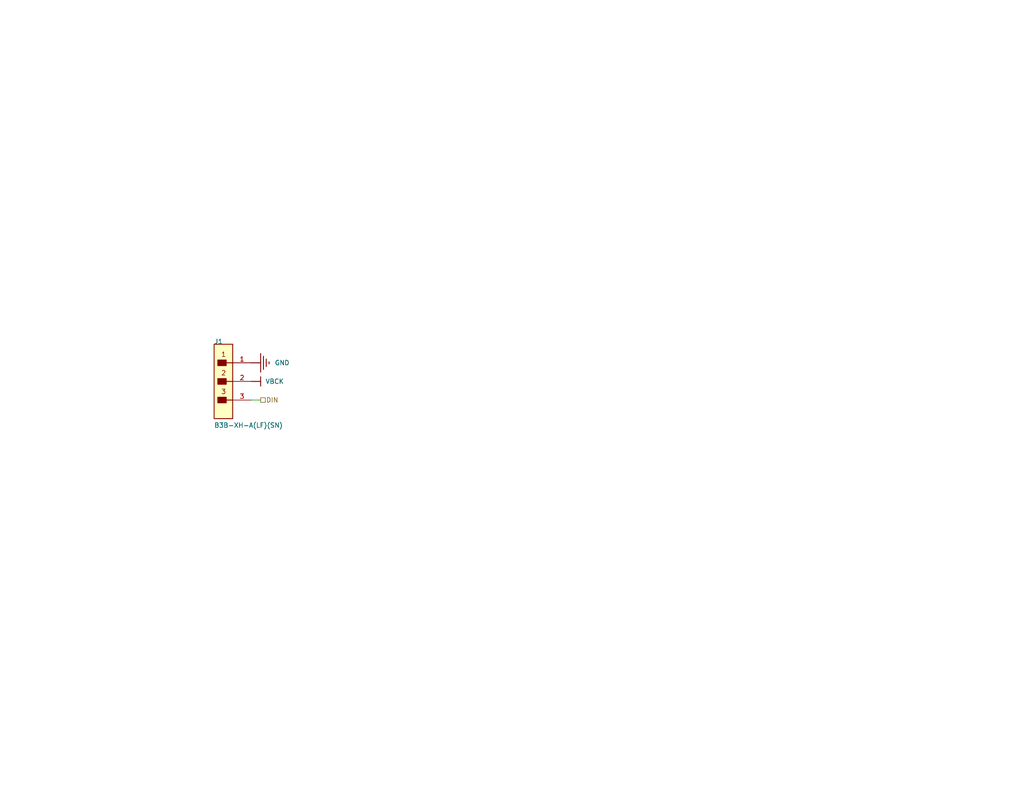
<source format=kicad_sch>
(kicad_sch (version 20231120) (generator "eeschema") (generator_version "8.0")
  (paper "A")
  (lib_symbols
    (symbol "ProtogenControllerV1-altium-import:GND_POWER_GROUND" (power)
      (property "Reference" "#PWR" (at 0 0 0))
      (property "Value" "GND" (at 0 6.35 0))
      (symbol "GND_POWER_GROUND_0_0"
        (polyline (pts (xy -2.54 -2.54) (xy 2.54 -2.54)) (stroke (width 0.254)))
        (polyline (pts (xy -1.778 -3.302) (xy 1.778 -3.302)) (stroke (width 0.254)))
        (polyline (pts (xy -1.016 -4.064) (xy 1.016 -4.064)) (stroke (width 0.254)))
        (polyline (pts (xy -0.254 -4.826) (xy 0.254 -4.826)) (stroke (width 0.254)))
        (polyline (pts (xy 0 0) (xy 0 -2.54)) (stroke (width 0.254)))
        (pin power_in line (at 0 0 0) (length 0) hide (name "GND") (number ""))
      )
    )
    (symbol "ProtogenControllerV1-altium-import:Repeat(JSTBreakout,1,8)_0_0d3f023dd272f625e17a2be33dea85f"
      (symbol "Repeat(JSTBreakout,1,8)_0_0d3f023dd272f625e17a2be33dea85f_1_0"
        (rectangle (start -6.858 -9.398) (end -9.144 -10.922) (stroke (width 0.254)) (fill (type outline)))
        (rectangle (start -6.858 -4.318) (end -9.144 -5.842) (stroke (width 0.254)) (fill (type outline)))
        (rectangle (start -6.858 0.762) (end -9.144 -0.762) (stroke (width 0.254)) (fill (type outline)))
        (rectangle (start -5.08 5.08) (end -10.16 -15.24) (stroke (width 0.254) (color 128 0 0 1)) (fill (type background)))
        (polyline (pts (xy -6.858 -10.16) (xy -5.08 -10.16)) (stroke (width 0.254)))
        (polyline (pts (xy -6.858 -5.08) (xy -5.08 -5.08)) (stroke (width 0.254)))
        (polyline (pts (xy -6.858 0) (xy -5.08 0)) (stroke (width 0.254)))
        (text "1" (at -6.858 3.048 0) (effects (font (size 1.27 1.27)) (justify right top)))
        (text "2" (at -6.858 -2.032 0) (effects (font (size 1.27 1.27)) (justify right top)))
        (text "3" (at -6.858 -7.112 0) (effects (font (size 1.27 1.27)) (justify right top)))
        (pin passive line (at 0 0 180) (length 5.08) (name "1") (number "1"))
        (pin passive line (at 0 -5.08 180) (length 5.08) (name "2") (number "2"))
        (pin passive line (at 0 -10.16 180) (length 5.08) (name "3") (number "3"))
      )
    )
    (symbol "ProtogenControllerV1-altium-import:VBCK_BAR" (power)
      (property "Reference" "#PWR" (at 0 0 0))
      (property "Value" "VBCK" (at 0 3.81 0))
      (symbol "VBCK_BAR_0_0"
        (polyline (pts (xy -1.27 -2.54) (xy 1.27 -2.54)) (stroke (width 0.254)))
        (polyline (pts (xy 0 0) (xy 0 -2.54)) (stroke (width 0.254)))
        (pin power_in line (at 0 0 0) (length 0) hide (name "VBCK") (number ""))
      )
    )
  )
  (wire (pts (xy 71.12 109.22) (xy 68.58 109.22)))
  (hierarchical_label "DIN" (shape passive) (at 71.12 109.22 0))
  (symbol (lib_id "ProtogenControllerV1-altium-import:GND_POWER_GROUND") (at 68.58 99.06 90) (unit 1)
    (property "Reference" "#PWR?" (effects (hide yes)))
    (property "Value" "GND" (at 74.93 99.06 90) (effects (justify right)))
  )
  (symbol (lib_id "ProtogenControllerV1-altium-import:Repeat(JSTBreakout,1,8)_0_0d3f023dd272f625e17a2be33dea85f") (at 68.58 99.06 0) (unit 1)
    (property "Reference" "J1" (at 58.42 93.98 0) (effects (justify left bottom)))
    (property "Value" "B3B-XH-A(LF)(SN)" (at 58.42 116.84 0) (effects (justify left bottom)))
    (property "Footprint" "FP-B3B-XH-A_LF_SN-MFG" (effects (hide yes)))
    (property "Description" "CONN HEADER VERT 3POS 2.5MM" (effects (hide yes)))
    (property "NUMBER OF POSITIONS" "3" (effects (hide yes)))
    (property "REACH SVHC" "No SVHC" (effects (hide yes)))
    (property "CONTACT RESISTANCE" "20mR" (effects (hide yes)))
    (property "LEAD FREE" "Lead Free" (effects (hide yes)))
    (property "PACKAGING" "Bulk" (effects (hide yes)))
    (property "PITCH" "2.5mm" (effects (hide yes)))
    (property "HOUSING COLOR" "White" (effects (hide yes)))
    (property "NUMBER OF ROWS" "1" (effects (hide yes)))
    (property "HOUSING MATERIAL" "Polyamide" (effects (hide yes)))
    (property "MAX CURRENT RATING" "3A" (effects (hide yes)))
    (property "TERMINATION" "Solder" (effects (hide yes)))
    (property "SERIES" "XH" (effects (hide yes)))
    (property "FASTENING TYPE" "Detent" (effects (hide yes)))
    (property "CONTACT PLATING" "Tin" (effects (hide yes)))
    (property "CONTACT FINISH - MATING" "TIN" (effects (hide yes)))
    (property "INSULATION MATERIAL" "Nylon" (effects (hide yes)))
    (property "NUMBER OF CONTACTS" "3" (effects (hide yes)))
    (property "GENDER" "Male" (effects (hide yes)))
    (property "MAX OPERATING TEMPERATURE" "85°C" (effects (hide yes)))
    (property "COLOR" "Natural" (effects (hide yes)))
    (property "CONTACT TYPE" "Male Pin" (effects (hide yes)))
    (property "MOUNT" "Through Hole" (effects (hide yes)))
    (property "CURRENT RATING" "3A" (effects (hide yes)))
    (property "ORIENTATION" "Straight" (effects (hide yes)))
    (property "WIRE/CABLE GAUGE" "22AWG" (effects (hide yes)))
    (property "MIN OPERATING TEMPERATURE" "-25°C" (effects (hide yes)))
    (property "CONNECTOR TYPE" "Header" (effects (hide yes)))
    (property "INSULATION RESISTANCE" "1GR" (effects (hide yes)))
    (property "LEAD PITCH" "2.5mm" (effects (hide yes)))
    (property "CONTACT MATERIAL" "Brass" (effects (hide yes)))
    (property "MAX VOLTAGE RATING (DC)" "250V" (effects (hide yes)))
    (property "LENGTH" "9.9mm" (effects (hide yes)))
    (property "INSULATION COLOR" "Natural" (effects (hide yes)))
    (property "VOLTAGE RATING (AC)" "250V" (effects (hide yes)))
    (property "MAX VOLTAGE RATING (AC)" "250V" (effects (hide yes)))
    (property "CONTACT SHAPE" "Square" (effects (hide yes)))
    (property "FLAMMABILITY RATING" "UL94 V-0" (effects (hide yes)))
    (property "DEPTH" "5.75mm" (effects (hide yes)))
    (property "VOLTAGE RATING" "250V" (effects (hide yes)))
  )
  (symbol (lib_id "ProtogenControllerV1-altium-import:VBCK_BAR") (at 68.58 104.14 90) (unit 1)
    (property "Reference" "#PWR?" (effects (hide yes)))
    (property "Value" "VBCK" (at 72.39 104.14 90) (effects (justify right)))
  )
)
</source>
